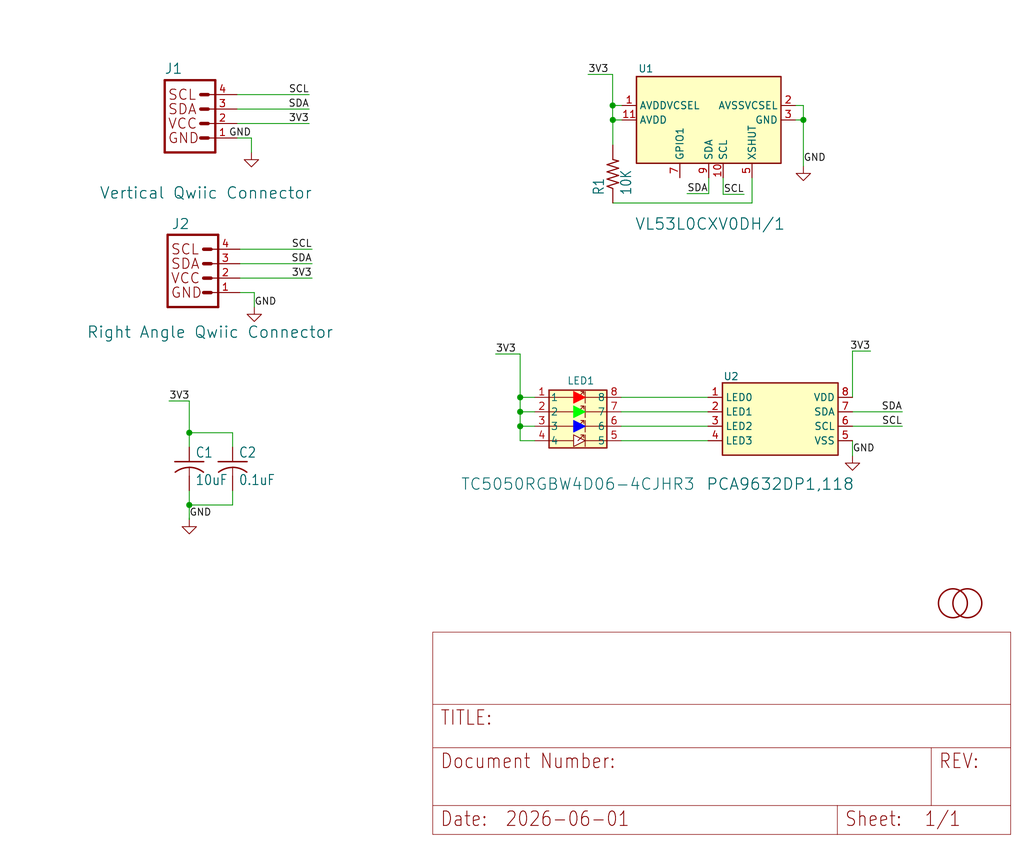
<source format=kicad_sch>
(kicad_sch (version 20230121) (generator eeschema)
  (paper "User" 180.01 150.012)
  (lib_symbols
    (symbol "ToFnLED-RGBW:C-USC0603"
      (property "Reference" "C" (at 1.016 0.635 0))
      (symbol "C-USC0603_1_0"
        (arc (start 0 -1.0161) (mid -1.302 -1.2303) (end -2.4668 -1.8504) (stroke (width 0.254)))
        (polyline (pts (xy -2.54 0) (xy 2.54 0)) (stroke (width 0.254)))
        (polyline (pts (xy 0 -1.016) (xy 0 -2.54)) (stroke (width 0.1524)))
        (arc (start 2.4892 -1.8541) (mid 1.3158 -1.2194) (end 0 -1) (stroke (width 0.254)))
        (pin passive line (at 0 2.54 270) (length 2.54) (name "1") (number "1"))
        (pin passive line (at 0 -5.08 90) (length 2.54) (name "2") (number "2"))
      )
    )
    (symbol "ToFnLED-RGBW:FIDUCIAL"
      (symbol "FIDUCIAL_1_0"
        (circle (center 0 0) (radius 2.54) (stroke (width 0.254)))
      )
    )
    (symbol "ToFnLED-RGBW:PCA9632DP1,118"
      (property "Reference" "U1" (at -8.636 7.493 0))
      (property "Value" "PCA9632DP1,118" (at 0.381 -10.287 0))
      (symbol "PCA9632DP1,118_0_1"
        (rectangle (start -10.16 6.35) (end 10.16 -6.35) (stroke (width 0.254)) (fill (type background)))
      )
      (symbol "PCA9632DP1,118_1_1"
        (pin open_emitter line (at -12.7 3.81 0) (length 2.54) (name "LED0") (number "1"))
        (pin open_emitter line (at -12.7 1.27 0) (length 2.54) (name "LED1") (number "2"))
        (pin open_emitter line (at -12.7 -1.27 0) (length 2.54) (name "LED2") (number "3"))
        (pin open_emitter line (at -12.7 -3.81 0) (length 2.54) (name "LED3") (number "4"))
        (pin power_out line (at 12.7 -3.81 180) (length 2.54) (name "VSS") (number "5"))
        (pin input line (at 12.7 -1.27 180) (length 2.54) (name "SCL") (number "6"))
        (pin bidirectional line (at 12.7 1.27 180) (length 2.54) (name "SDA") (number "7"))
        (pin power_in line (at 12.7 3.81 180) (length 2.54) (name "VDD") (number "8"))
      )
    )
    (symbol "ToFnLED-RGBW:QWIIC_CONNECTOR"
      (property "Reference" "J1" (at -5.207 8.636 0))
      (property "Value" "Vertical Qwiic Connector" (at -16.637 -11.049 0))
      (symbol "QWIIC_CONNECTOR_1_0"
        (polyline (pts (xy -5.08 7.62) (xy -5.08 -5.08)) (stroke (width 0.4064)))
        (polyline (pts (xy -5.08 7.62) (xy 3.81 7.62)) (stroke (width 0.4064)))
        (polyline (pts (xy 1.27 -2.54) (xy 2.54 -2.54)) (stroke (width 0.6096)))
        (polyline (pts (xy 1.27 0) (xy 2.54 0)) (stroke (width 0.6096)))
        (polyline (pts (xy 1.27 2.54) (xy 2.54 2.54)) (stroke (width 0.6096)))
        (polyline (pts (xy 1.27 5.08) (xy 2.54 5.08)) (stroke (width 0.6096)))
        (polyline (pts (xy 3.81 -5.08) (xy -5.08 -5.08)) (stroke (width 0.4064)))
        (polyline (pts (xy 3.81 -5.08) (xy 3.81 7.62)) (stroke (width 0.4064)))
        (text "GND" (at -4.572 -2.54 0) (effects (font (size 1.778 1.778)) (justify left)))
        (text "SCL" (at -4.572 5.08 0) (effects (font (size 1.778 1.778)) (justify left)))
        (text "SDA" (at -4.572 2.54 0) (effects (font (size 1.778 1.778)) (justify left)))
        (text "VCC" (at -4.572 0 0) (effects (font (size 1.778 1.778)) (justify left)))
        (pin power_in line (at 7.62 -2.54 180) (length 5.08) (name "1") (number "1"))
        (pin power_in line (at 7.62 0 180) (length 5.08) (name "2") (number "2"))
        (pin passive line (at 7.62 2.54 180) (length 5.08) (name "3") (number "3"))
        (pin passive line (at 7.62 5.08 180) (length 5.08) (name "4") (number "4"))
      )
      (symbol "QWIIC_CONNECTOR_1_1"
        (pin power_out line (at 7.62 -2.54 0) (length 2.54) hide (name "Housing") (number "NC1"))
        (pin power_out line (at 7.62 -2.54 0) (length 2.54) hide (name "Housing") (number "NC2"))
      )
    )
    (symbol "ToFnLED-RGBW:QWIIC_CONNECTORJS-1MM"
      (property "Reference" "J2" (at -2.794 9.525 0))
      (property "Value" "Right Angle Qwiic Connector" (at -19.4085 -8.3401 0))
      (symbol "QWIIC_CONNECTORJS-1MM_1_0"
        (polyline (pts (xy -5.08 7.62) (xy -5.08 -5.08)) (stroke (width 0.4064)))
        (polyline (pts (xy -5.08 7.62) (xy 3.81 7.62)) (stroke (width 0.4064)))
        (polyline (pts (xy 1.27 -2.54) (xy 2.54 -2.54)) (stroke (width 0.6096)))
        (polyline (pts (xy 1.27 0) (xy 2.54 0)) (stroke (width 0.6096)))
        (polyline (pts (xy 1.27 2.54) (xy 2.54 2.54)) (stroke (width 0.6096)))
        (polyline (pts (xy 1.27 5.08) (xy 2.54 5.08)) (stroke (width 0.6096)))
        (polyline (pts (xy 3.81 -5.08) (xy -5.08 -5.08)) (stroke (width 0.4064)))
        (polyline (pts (xy 3.81 -5.08) (xy 3.81 7.62)) (stroke (width 0.4064)))
        (text "GND" (at -4.572 -2.54 0) (effects (font (size 1.778 1.778)) (justify left)))
        (text "SCL" (at -4.572 5.08 0) (effects (font (size 1.778 1.778)) (justify left)))
        (text "SDA" (at -4.572 2.54 0) (effects (font (size 1.778 1.778)) (justify left)))
        (text "VCC" (at -4.572 0 0) (effects (font (size 1.778 1.778)) (justify left)))
        (pin power_in line (at 7.62 -2.54 180) (length 5.08) (name "1") (number "1"))
        (pin power_in line (at 7.62 0 180) (length 5.08) (name "2") (number "2"))
        (pin passive line (at 7.62 2.54 180) (length 5.08) (name "3") (number "3"))
        (pin passive line (at 7.62 5.08 180) (length 5.08) (name "4") (number "4"))
      )
      (symbol "QWIIC_CONNECTORJS-1MM_1_1"
        (pin power_out line (at 7.62 -2.54 0) (length 2.54) hide (name "Housing") (number "MP"))
      )
    )
    (symbol "ToFnLED-RGBW:R-US_R0603"
      (property "Reference" "R" (at -3.81 1.4986 0))
      (symbol "R-US_R0603_1_0"
        (polyline (pts (xy -2.54 0) (xy -2.159 1.016)) (stroke (width 0.2032)))
        (polyline (pts (xy -2.159 1.016) (xy -1.524 -1.016)) (stroke (width 0.2032)))
        (polyline (pts (xy -1.524 -1.016) (xy -0.889 1.016)) (stroke (width 0.2032)))
        (polyline (pts (xy -0.889 1.016) (xy -0.254 -1.016)) (stroke (width 0.2032)))
        (polyline (pts (xy -0.254 -1.016) (xy 0.381 1.016)) (stroke (width 0.2032)))
        (polyline (pts (xy 0.381 1.016) (xy 1.016 -1.016)) (stroke (width 0.2032)))
        (polyline (pts (xy 1.016 -1.016) (xy 1.651 1.016)) (stroke (width 0.2032)))
        (polyline (pts (xy 1.651 1.016) (xy 2.286 -1.016)) (stroke (width 0.2032)))
        (polyline (pts (xy 2.286 -1.016) (xy 2.54 0)) (stroke (width 0.2032)))
        (pin passive line (at -5.08 0 0) (length 2.54) (name "1") (number "1"))
        (pin passive line (at 5.08 0 180) (length 2.54) (name "2") (number "2"))
      )
    )
    (symbol "ToFnLED-RGBW:TC5050RGBW4D06-4CJHR3-AFW421A" (pin_names (offset 0.254))
      (property "Reference" "LED*" (at 5.08 5.715 0))
      (property "Value" "TC5050RGBW4D06-4CJHR3-AFW421A" (at 1.27 -5.715 0))
      (property "Footprint" "CustomParts:LED_RGBW_5050-8" (at 1.27 -7.62 0))
      (symbol "TC5050RGBW4D06-4CJHR3-AFW421A_0_1"
        (rectangle (start -5.08 5.08) (end 5.08 -5.08) (stroke (width 0.254)) (fill (type background)))
        (polyline (pts (xy 1.016 -2.794) (xy 0.508 -2.794)))
        (polyline (pts (xy 1.016 -0.254) (xy 0.508 -0.254)))
        (polyline (pts (xy 1.016 2.286) (xy 0.508 2.286)))
        (polyline (pts (xy 1.016 4.826) (xy 0.508 4.826)))
        (polyline (pts (xy 1.27 -2.794) (xy 1.27 -4.826)))
        (polyline (pts (xy 1.27 -0.254) (xy 1.27 -2.286)))
        (polyline (pts (xy 1.27 2.286) (xy 1.27 0.254)))
        (polyline (pts (xy 1.27 4.826) (xy 1.27 2.794)))
        (polyline (pts (xy 5.08 -3.81) (xy 1.27 -3.81)))
        (polyline (pts (xy 5.08 -1.27) (xy 1.27 -1.27)))
        (polyline (pts (xy 5.08 1.27) (xy 1.27 1.27)))
        (polyline (pts (xy 5.08 3.81) (xy 1.27 3.81)))
        (polyline (pts (xy -5.08 -3.81) (xy -2.54 -3.81) (xy -0.8234 -3.8099)))
        (polyline (pts (xy -5.08 -1.27) (xy -2.54 -1.27) (xy -0.8094 -1.27)))
        (polyline (pts (xy -5.08 1.27) (xy -2.54 1.27) (xy -0.8373 1.2699)))
        (polyline (pts (xy -5.08 3.81) (xy -0.8124 3.8099) (xy -1.27 3.81)))
        (polyline (pts (xy 0 -3.81) (xy 1.016 -2.794) (xy 1.016 -3.302)))
        (polyline (pts (xy 0 -1.27) (xy 1.016 -0.254) (xy 1.016 -0.762)))
        (polyline (pts (xy 0 1.27) (xy 1.016 2.286) (xy 1.016 1.778)))
        (polyline (pts (xy 0 3.81) (xy 1.016 4.826) (xy 1.016 4.318)))
      )
      (symbol "TC5050RGBW4D06-4CJHR3-AFW421A_1_1"
        (polyline (pts (xy -0.762 -2.794) (xy -0.762 -4.826) (xy 1.27 -3.81) (xy -0.762 -2.794)) (fill (type color) (color 255 255 255 1)))
        (polyline (pts (xy -0.762 -0.254) (xy -0.762 -2.286) (xy 1.27 -1.27) (xy -0.762 -0.254)) (stroke (width 0) (color 0 0 255 1)) (fill (type outline)))
        (polyline (pts (xy -0.762 2.286) (xy -0.762 0.254) (xy 1.27 1.27) (xy -0.762 2.286)) (stroke (width 0) (color 0 255 0 1)) (fill (type outline)))
        (polyline (pts (xy -0.762 4.826) (xy -0.762 2.794) (xy 1.27 3.81) (xy -0.762 4.826)) (stroke (width 0) (color 255 0 0 1)) (fill (type outline)))
        (pin power_in line (at -7.62 3.81 0) (length 2.54) (name "1") (number "1"))
        (pin power_in line (at -7.62 1.27 0) (length 2.54) (name "2") (number "2"))
        (pin power_in line (at -7.62 -1.27 0) (length 2.54) (name "3") (number "3"))
        (pin power_in line (at -7.62 -3.81 0) (length 2.54) (name "4") (number "4"))
        (pin power_out line (at 7.62 -3.81 180) (length 2.54) (name "5") (number "5"))
        (pin power_out line (at 7.62 -1.27 180) (length 2.54) (name "6") (number "6"))
        (pin power_out line (at 7.62 1.27 180) (length 2.54) (name "7") (number "7"))
        (pin power_out line (at 7.62 3.81 180) (length 2.54) (name "8") (number "8"))
      )
    )
    (symbol "ToFnLED-RGBW:VL53L0CXV0DH/1"
      (property "Reference" "U" (at -6.35 13.97 0))
      (property "Value" "VL53L0CXV0DH/1" (at 12.065 13.97 0))
      (symbol "VL53L0CXV0DH/1_0_1"
        (rectangle (start -7.62 12.7) (end 7.62 -12.7) (stroke (width 0.254)) (fill (type background)))
      )
      (symbol "VL53L0CXV0DH/1_1_1"
        (pin power_in line (at 2.54 15.24 270) (length 2.54) (name "AVDDVCSEL") (number "1"))
        (pin input line (at -10.16 -2.54 0) (length 2.54) (name "SCL") (number "10"))
        (pin power_in line (at 0 15.24 270) (length 2.54) (name "AVDD") (number "11"))
        (pin passive line (at 0 -15.24 90) (length 2.54) hide (name "GND") (number "12"))
        (pin power_in line (at 2.54 -15.24 90) (length 2.54) (name "AVSSVCSEL") (number "2"))
        (pin power_in line (at 0 -15.24 90) (length 2.54) (name "GND") (number "3"))
        (pin passive line (at 0 -15.24 90) (length 2.54) hide (name "GND") (number "4"))
        (pin input line (at -10.16 -7.62 0) (length 2.54) (name "XSHUT") (number "5"))
        (pin passive line (at 0 -15.24 90) (length 2.54) hide (name "GND") (number "6"))
        (pin open_collector line (at -10.16 5.08 0) (length 2.54) (name "GPIO1") (number "7"))
        (pin no_connect line (at -7.62 7.62 0) (length 2.54) hide (name "DNC") (number "8"))
        (pin bidirectional line (at -10.16 0 0) (length 2.54) (name "SDA") (number "9"))
      )
    )
    (symbol "ToFnLED-eagle-import:LETTER_L"
      (symbol "LETTER_L_1_0"
        (polyline (pts (xy 0 0) (xy 248.92 0) (xy 248.92 185.42) (xy 0 185.42) (xy 0 0)))
      )
      (symbol "LETTER_L_2_0"
        (polyline (pts (xy 0 0) (xy 0 5.08)) (stroke (width 0.1016)))
        (polyline (pts (xy 0 0) (xy 71.12 0)) (stroke (width 0.1016)))
        (polyline (pts (xy 0 5.08) (xy 0 15.24)) (stroke (width 0.1016)))
        (polyline (pts (xy 0 5.08) (xy 71.12 5.08)) (stroke (width 0.1016)))
        (polyline (pts (xy 0 15.24) (xy 0 22.86)) (stroke (width 0.1016)))
        (polyline (pts (xy 0 22.86) (xy 0 35.56)) (stroke (width 0.1016)))
        (polyline (pts (xy 0 22.86) (xy 101.6 22.86)) (stroke (width 0.1016)))
        (polyline (pts (xy 71.12 0) (xy 101.6 0)) (stroke (width 0.1016)))
        (polyline (pts (xy 71.12 5.08) (xy 71.12 0)) (stroke (width 0.1016)))
        (polyline (pts (xy 71.12 5.08) (xy 87.63 5.08)) (stroke (width 0.1016)))
        (polyline (pts (xy 87.63 5.08) (xy 101.6 5.08)) (stroke (width 0.1016)))
        (polyline (pts (xy 87.63 15.24) (xy 0 15.24)) (stroke (width 0.1016)))
        (polyline (pts (xy 87.63 15.24) (xy 87.63 5.08)) (stroke (width 0.1016)))
        (polyline (pts (xy 101.6 5.08) (xy 101.6 0)) (stroke (width 0.1016)))
        (polyline (pts (xy 101.6 15.24) (xy 87.63 15.24)) (stroke (width 0.1016)))
        (polyline (pts (xy 101.6 15.24) (xy 101.6 5.08)) (stroke (width 0.1016)))
        (polyline (pts (xy 101.6 22.86) (xy 101.6 15.24)) (stroke (width 0.1016)))
        (polyline (pts (xy 101.6 35.56) (xy 0 35.56)) (stroke (width 0.1016)))
        (polyline (pts (xy 101.6 35.56) (xy 101.6 22.86)) (stroke (width 0.1016)))
        (text "${#}/${##}" (at 86.36 1.27 0) (effects (font (size 2.54 2.159)) (justify left bottom)))
        (text "${CURRENT_DATE}" (at 12.7 1.27 0) (effects (font (size 2.54 2.159)) (justify left bottom)))
        (text "${PROJECTNAME}" (at 17.78 19.05 0) (effects (font (size 2.54 2.159)) (justify left bottom)))
        (text "Date:" (at 1.27 1.27 0) (effects (font (size 2.54 2.159)) (justify left bottom)))
        (text "Document Number:" (at 1.27 11.43 0) (effects (font (size 2.54 2.159)) (justify left bottom)))
        (text "REV:" (at 88.9 11.43 0) (effects (font (size 2.54 2.159)) (justify left bottom)))
        (text "Sheet:" (at 72.39 1.27 0) (effects (font (size 2.54 2.159)) (justify left bottom)))
        (text "TITLE:" (at 1.27 19.05 0) (effects (font (size 2.54 2.159)) (justify left bottom)))
      )
    )
    (symbol "power:GND" (power) (pin_names (offset 0))
      (property "Value" "GND" (at 0 -3.81 0))
      (symbol "GND_0_1"
        (polyline (pts (xy 0 0) (xy 0 -1.27) (xy 1.27 -1.27) (xy 0 -2.54) (xy -1.27 -1.27) (xy 0 -1.27)))
      )
      (symbol "GND_1_1"
        (pin power_in line (at 0 0 270) (length 0) hide (name "GND") (number "1"))
      )
    )
  )
  (junction (at 91.44 69.85))
  (junction (at 91.44 72.39))
  (junction (at 33.274 76.073))
  (junction (at 107.696 18.542))
  (junction (at 107.7255 21.082))
  (junction (at 141.224 21.082))
  (junction (at 33.274 88.773))
  (junction (at 91.44 74.93))
  (wire (pts (xy 42.164 43.815) (xy 54.864 43.815)) (stroke (width 0.1524)))
  (wire (pts (xy 40.894 88.773) (xy 33.274 88.773)) (stroke (width 0.1524)))
  (wire (pts (xy 107.696 18.542) (xy 107.696 21.082)))
  (wire (pts (xy 141.224 21.082) (xy 139.827 21.082)))
  (wire (pts (xy 93.98 77.47) (xy 91.44 77.47)))
  (wire (pts (xy 42.164 48.895) (xy 54.864 48.895)) (stroke (width 0.1524)))
  (wire (pts (xy 124.46 72.39) (xy 109.22 72.39)) (stroke (width 0.1524)))
  (wire (pts (xy 40.894 86.233) (xy 40.894 88.773)) (stroke (width 0.1524)))
  (wire (pts (xy 91.44 72.39) (xy 91.44 74.93)) (stroke (width 0.1524)))
  (wire (pts (xy 139.827 18.542) (xy 141.224 18.542)))
  (wire (pts (xy 141.224 29.21) (xy 141.224 21.082)))
  (wire (pts (xy 130.81 34.163) (xy 127.127 34.163)))
  (wire (pts (xy 107.7255 35.6701) (xy 107.7255 35.687)))
  (wire (pts (xy 107.7255 21.082) (xy 107.696 21.082)))
  (wire (pts (xy 127.127 34.163) (xy 127.127 31.242)))
  (wire (pts (xy 87.122 62.23) (xy 91.44 62.23)))
  (wire (pts (xy 132.207 35.687) (xy 107.7255 35.687)))
  (wire (pts (xy 124.587 34.036) (xy 124.587 31.242)))
  (wire (pts (xy 109.22 69.85) (xy 124.46 69.85)) (stroke (width 0.1524)))
  (wire (pts (xy 44.196 24.257) (xy 44.196 26.797)) (stroke (width 0.1524)))
  (wire (pts (xy 141.224 18.542) (xy 141.224 21.082)))
  (wire (pts (xy 41.656 21.717) (xy 54.356 21.717)) (stroke (width 0.1524)))
  (wire (pts (xy 33.274 70.485) (xy 33.274 76.073)))
  (wire (pts (xy 103.378 13.081) (xy 107.696 13.081)))
  (wire (pts (xy 44.704 53.975) (xy 44.704 51.435)) (stroke (width 0.1524)))
  (wire (pts (xy 149.86 80.137) (xy 149.86 77.47)))
  (wire (pts (xy 29.718 70.485) (xy 33.274 70.485)))
  (wire (pts (xy 149.86 61.722) (xy 153.035 61.722)) (stroke (width 0.1524)))
  (wire (pts (xy 91.44 74.93) (xy 91.44 77.47)))
  (wire (pts (xy 33.274 78.613) (xy 33.274 76.073)) (stroke (width 0.1524)))
  (wire (pts (xy 149.86 72.39) (xy 158.623 72.39)) (stroke (width 0.1524)))
  (wire (pts (xy 91.44 62.23) (xy 91.44 69.85)) (stroke (width 0.1524)))
  (wire (pts (xy 33.274 91.313) (xy 33.274 91.059)))
  (wire (pts (xy 132.207 31.242) (xy 132.207 35.687)))
  (wire (pts (xy 120.777 34.036) (xy 124.587 34.036)))
  (wire (pts (xy 91.44 69.85) (xy 91.44 72.39)) (stroke (width 0.1524)))
  (wire (pts (xy 41.656 24.257) (xy 44.196 24.257)))
  (wire (pts (xy 42.164 46.355) (xy 54.864 46.355)) (stroke (width 0.1524)))
  (wire (pts (xy 40.894 78.613) (xy 40.894 76.073)) (stroke (width 0.1524)))
  (wire (pts (xy 107.7255 25.5101) (xy 107.7255 21.082)))
  (wire (pts (xy 149.86 61.722) (xy 149.86 69.85)) (stroke (width 0.1524)))
  (wire (pts (xy 91.44 69.85) (xy 93.98 69.85)))
  (wire (pts (xy 107.696 13.081) (xy 107.696 18.542)))
  (wire (pts (xy 41.656 19.177) (xy 54.356 19.177)) (stroke (width 0.1524)))
  (wire (pts (xy 44.704 51.435) (xy 42.164 51.435)) (stroke (width 0.1524)))
  (wire (pts (xy 41.656 16.637) (xy 54.356 16.637)) (stroke (width 0.1524)))
  (wire (pts (xy 91.44 72.39) (xy 93.98 72.39)))
  (wire (pts (xy 107.7255 21.082) (xy 109.347 21.082)))
  (wire (pts (xy 33.274 88.773) (xy 33.274 91.313)) (stroke (width 0.1524)))
  (wire (pts (xy 40.894 76.073) (xy 33.274 76.073)) (stroke (width 0.1524)))
  (wire (pts (xy 107.696 18.542) (xy 109.347 18.542)))
  (wire (pts (xy 149.86 74.93) (xy 158.623 74.93)) (stroke (width 0.1524)))
  (wire (pts (xy 91.44 74.93) (xy 93.98 74.93)))
  (wire (pts (xy 109.22 74.93) (xy 124.46 74.93)) (stroke (width 0.1524)))
  (wire (pts (xy 33.274 88.773) (xy 33.274 86.233)) (stroke (width 0.1524)))
  (wire (pts (xy 124.46 77.47) (xy 109.22 77.47)) (stroke (width 0.1524)))
  (label "SCL" (at 54.864 43.815 180) (effects (font (size 1.2446 1.2446))))
  (label "SCL" (at 130.81 34.163 180) (effects (font (size 1.2446 1.2446))))
  (label "SCL" (at 158.623 74.93 180) (effects (font (size 1.2446 1.2446))))
  (label "3V3" (at 153.035 61.722 180) (effects (font (size 1.2446 1.2446))))
  (label "SCL" (at 54.356 16.637 180) (effects (font (size 1.2446 1.2446))))
  (label "GND" (at 149.86 79.756 0) (effects (font (size 1.2246 1.2246))))
  (label "SDA" (at 158.623 72.39 180) (effects (font (size 1.2446 1.2446))))
  (label "GND" (at 33.274 91.059 0) (effects (font (size 1.2246 1.2246))))
  (label "GND" (at 44.196 24.257 180) (effects (font (size 1.2446 1.2446))))
  (label "GND" (at 141.224 28.702 0) (effects (font (size 1.2446 1.2446))))
  (label "3V3" (at 54.356 21.717 180) (effects (font (size 1.2446 1.2446))))
  (label "SDA" (at 54.864 46.355 180) (effects (font (size 1.2446 1.2446))))
  (label "3V3" (at 103.378 13.081 0) (effects (font (size 1.2446 1.2446))))
  (label "3V3" (at 87.122 62.23 0) (effects (font (size 1.2446 1.2446))))
  (label "SDA" (at 120.777 34.036 0) (effects (font (size 1.2446 1.2446))))
  (label "3V3" (at 29.718 70.485 0) (effects (font (size 1.2446 1.2446))))
  (label "3V3" (at 54.864 48.895 180) (effects (font (size 1.2446 1.2446))))
  (label "SDA" (at 54.356 19.177 180) (effects (font (size 1.2446 1.2446))))
  (label "GND" (at 44.704 53.975 0) (effects (font (size 1.2246 1.2246))))
  (symbol (lib_id "ToFnLED-RGBW:C-USC0603") (at 33.274 81.153 0) (unit 1)
    (property "Reference" "C1" (at 34.29 80.518 0) (effects (font (size 1.778 1.5113)) (justify left bottom)))
    (property "Value" "10uF" (at 34.29 85.344 0) (effects (font (size 1.778 1.5113)) (justify left bottom)))
    (property "Footprint" "Capacitor_SMD:C_0603_1608Metric" (effects hide))
    (property "LCSC" "C19702" (effects hide))
  )
  (symbol (lib_id "power:GND") (at 33.274 91.313 0) (unit 1)
    (property "Reference" "#PWR01" (effects hide))
    (property "Value" "GND" (effects hide))
  )
  (symbol (lib_id "ToFnLED-RGBW:C-USC0603") (at 40.894 81.153 0) (unit 1)
    (property "Reference" "C2" (at 41.91 80.518 0) (effects (font (size 1.778 1.5113)) (justify left bottom)))
    (property "Value" "0.1uF" (at 41.91 85.344 0) (effects (font (size 1.778 1.5113)) (justify left bottom)))
    (property "Footprint" "Capacitor_SMD:C_0603_1608Metric" (effects hide))
    (property "LCSC" "C1591" (effects hide))
  )
  (symbol (lib_id "ToFnLED-RGBW:FIDUCIAL") (at 170.053 106.045 0) (unit 1)
    (property "Reference" "U$2" (effects hide))
    (property "Value" "FIDUCIAL" (effects hide))
    (property "Footprint" "Fiducial:Fiducial_1mm_Mask2mm" (effects hide))
  )
  (symbol (lib_id "power:GND") (at 141.224 29.21 0) (unit 1)
    (property "Reference" "#PWR04" (effects hide))
    (property "Value" "GND" (effects hide))
  )
  (symbol (lib_id "ToFnLED-RGBW:VL53L0CXV0DH/1") (at 124.587 21.082 90) (unit 1)
    (property "Reference" "U1" (at 113.538 12.065 90))
    (property "Value" "VL53L0CXV0DH/1" (at 124.841 39.37 90) (effects (font (size 2 2))))
    (property "Footprint" "CustomParts:ST_VL53L0X" (effects hide))
    (property "Datasheet" "https://www.st.com/resource/en/datasheet/vl53l0x.pdf" (effects hide))
  )
  (symbol (lib_id "power:GND") (at 149.86 80.137 0) (unit 1)
    (property "Reference" "#PWR05" (effects hide))
    (property "Value" "GND" (effects hide))
  )
  (symbol (lib_id "ToFnLED-RGBW:FIDUCIAL") (at 167.513 106.045 0) (unit 1)
    (property "Reference" "U$1" (effects hide))
    (property "Value" "FIDUCIAL" (effects hide))
    (property "Footprint" "Fiducial:Fiducial_1mm_Mask2mm" (effects hide))
  )
  (symbol (lib_id "ToFnLED-RGBW:TC5050RGBW4D06-4CJHR3-AFW421A") (at 101.6 73.66 0) (unit 1)
    (property "Reference" "LED1" (at 102.108 66.929 0))
    (property "Value" "TC5050RGBW4D06-4CJHR3" (at 101.6 85.09 0) (effects (font (size 2 2))))
    (property "Footprint" "CustomParts:LED_RGBW_5050-8" (effects hide))
    (property "Datasheet" "https://datasheet.lcsc.com/lcsc/2009241108_TCWIN-TC5050RGBW4D06-4CJHR3-AFW421A_C784544.pdf" (effects hide))
  )
  (symbol (lib_id "ToFnLED-RGBW:QWIIC_CONNECTOR") (at 34.036 21.717 0) (unit 1)
    (property "Reference" "J1" (at 28.829 13.081 0) (effects (font (size 1.778 1.778)) (justify left bottom)))
    (property "Value" "Vertical Qwiic Connector" (at 17.399 32.766 0) (effects (font (size 2 2)) (justify left top)))
    (property "Footprint" "ToFnLED:JST04_1MM_VERT" (effects hide))
    (property "LCSC" "C160390" (effects hide))
  )
  (symbol (lib_id "ToFnLED-RGBW:PCA9632DP1,118") (at 137.16 73.66 0) (unit 1)
    (property "Reference" "U2" (at 128.524 66.167 0))
    (property "Value" "PCA9632DP1,118" (at 137.16 85.09 0) (effects (font (size 2 2))))
    (property "Footprint" "Package_SO:TSSOP-8_3x3mm_P0.65mm" (effects hide))
    (property "Datasheet" "http://www.nxp.com/docs/en/data-sheet/PCA9536.pdf" (effects hide))
  )
  (symbol (lib_id "power:GND") (at 44.196 26.797 0) (unit 1)
    (property "Reference" "#PWR02" (effects hide))
    (property "Value" "GND" (effects hide))
  )
  (symbol (lib_id "ToFnLED-eagle-import:LETTER_L") (at 76.073 146.685 0) (unit 2)
    (property "Reference" "#FRAME1" (effects hide))
    (property "Value" "ToFnLED-RGBW" (effects hide))
  )
  (symbol (lib_id "power:GND") (at 44.704 53.975 0) (unit 1)
    (property "Reference" "#PWR03" (effects hide))
    (property "Value" "GND" (effects hide))
  )
  (symbol (lib_id "ToFnLED-RGBW:R-US_R0603") (at 107.7255 30.5901 90) (unit 1)
    (property "Reference" "R1" (at 106.2269 34.4001 0) (effects (font (size 1.778 1.5113)) (justify left bottom)))
    (property "Value" "10K" (at 111.0275 34.4001 0) (effects (font (size 1.778 1.5113)) (justify left bottom)))
    (property "Footprint" "Resistor_SMD:R_0603_1608Metric" (effects hide))
    (property "LCSC" "C98220" (effects hide))
  )
  (symbol (lib_id "ToFnLED-RGBW:QWIIC_CONNECTORJS-1MM") (at 34.544 48.895 0) (unit 1)
    (property "Reference" "J2" (at 31.75 39.37 0) (effects (font (size 1.778 1.778))))
    (property "Value" "Right Angle Qwiic Connector" (at 15.1355 57.2351 0) (effects (font (size 2 2)) (justify left top)))
    (property "Footprint" "CustomParts:JST_SH_SM04B-SRSS-TB_1x04-1MP_P1.00mm_Horizontal" (effects hide))
  )
)
</source>
